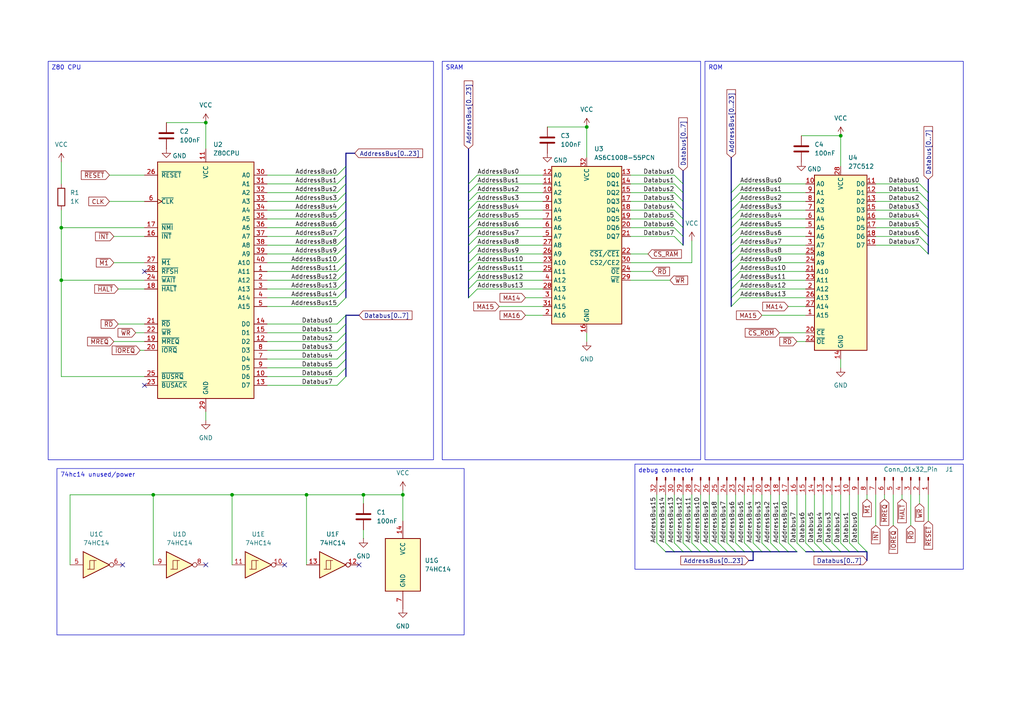
<source format=kicad_sch>
(kicad_sch (version 20250114) (generator "eeschema") (generator_version "9.0")
  (paper "A4")
  (title_block (title "Ste z80 board") (date "2025-05-11") (rev "V0.1"))
  (lib_symbols
    (symbol "74xx:74HC14" (pin_names (offset 1.016))
      (property "Reference" "U" (at 0 1.27 0))
      (property "Value" "74HC14" (at 0 -1.27 0))
      (symbol "74HC14_1_0"
        (pin input line (at -7.62 0 0) (length 3.81) (name "~") (number "1"))
        (pin output inverted (at 7.62 0 180) (length 3.81) (name "~") (number "2"))
      )
      (symbol "74HC14_2_0"
        (pin input line (at -7.62 0 0) (length 3.81) (name "~") (number "3"))
        (pin output inverted (at 7.62 0 180) (length 3.81) (name "~") (number "4"))
      )
      (symbol "74HC14_3_0"
        (pin input line (at -7.62 0 0) (length 3.81) (name "~") (number "5"))
        (pin output inverted (at 7.62 0 180) (length 3.81) (name "~") (number "6"))
      )
      (symbol "74HC14_4_0"
        (pin input line (at -7.62 0 0) (length 3.81) (name "~") (number "9"))
        (pin output inverted (at 7.62 0 180) (length 3.81) (name "~") (number "8"))
      )
      (symbol "74HC14_5_0"
        (pin input line (at -7.62 0 0) (length 3.81) (name "~") (number "11"))
        (pin output inverted (at 7.62 0 180) (length 3.81) (name "~") (number "10"))
      )
      (symbol "74HC14_6_0"
        (pin input line (at -7.62 0 0) (length 3.81) (name "~") (number "13"))
        (pin output inverted (at 7.62 0 180) (length 3.81) (name "~") (number "12"))
      )
      (symbol "74HC14_7_0"
        (pin power_in line (at 0 12.7 270) (length 5.08) (name "VCC") (number "14"))
        (pin power_in line (at 0 -12.7 90) (length 5.08) (name "GND") (number "7"))
      )
    )
    (symbol "CPU:Z80CPU" (pin_names (offset 1.016))
      (property "Reference" "U" (at -13.97 35.56 0))
      (property "Value" "Z80CPU" (at 6.35 35.56 0))
      (symbol "Z80CPU_1_1"
        (pin input line (at -17.78 30.48 0) (length 3.81) (name "~{RESET}") (number "26"))
        (pin input clock (at -17.78 22.86 0) (length 3.81) (name "~{CLK}") (number "6"))
        (pin input line (at -17.78 15.24 0) (length 3.81) (name "~{NMI}") (number "17"))
        (pin input line (at -17.78 12.7 0) (length 3.81) (name "~{INT}") (number "16"))
        (pin output line (at -17.78 5.08 0) (length 3.81) (name "~{M1}") (number "27"))
        (pin output line (at -17.78 2.54 0) (length 3.81) (name "~{RFSH}") (number "28"))
        (pin input line (at -17.78 0 0) (length 3.81) (name "~{WAIT}") (number "24"))
        (pin output line (at -17.78 -2.54 0) (length 3.81) (name "~{HALT}") (number "18"))
        (pin output line (at -17.78 -12.7 0) (length 3.81) (name "~{RD}") (number "21"))
        (pin output line (at -17.78 -15.24 0) (length 3.81) (name "~{WR}") (number "22"))
        (pin output line (at -17.78 -17.78 0) (length 3.81) (name "~{MREQ}") (number "19"))
        (pin output line (at -17.78 -20.32 0) (length 3.81) (name "~{IORQ}") (number "20"))
        (pin input line (at -17.78 -27.94 0) (length 3.81) (name "~{BUSRQ}") (number "25"))
        (pin output line (at -17.78 -30.48 0) (length 3.81) (name "~{BUSACK}") (number "23"))
        (pin power_in line (at 0 38.1 270) (length 3.81) (name "VCC") (number "11"))
        (pin power_in line (at 0 -38.1 90) (length 3.81) (name "GND") (number "29"))
        (pin output line (at 17.78 30.48 180) (length 3.81) (name "A0") (number "30"))
        (pin output line (at 17.78 27.94 180) (length 3.81) (name "A1") (number "31"))
        (pin output line (at 17.78 25.4 180) (length 3.81) (name "A2") (number "32"))
        (pin output line (at 17.78 22.86 180) (length 3.81) (name "A3") (number "33"))
        (pin output line (at 17.78 20.32 180) (length 3.81) (name "A4") (number "34"))
        (pin output line (at 17.78 17.78 180) (length 3.81) (name "A5") (number "35"))
        (pin output line (at 17.78 15.24 180) (length 3.81) (name "A6") (number "36"))
        (pin output line (at 17.78 12.7 180) (length 3.81) (name "A7") (number "37"))
        (pin output line (at 17.78 10.16 180) (length 3.81) (name "A8") (number "38"))
        (pin output line (at 17.78 7.62 180) (length 3.81) (name "A9") (number "39"))
        (pin output line (at 17.78 5.08 180) (length 3.81) (name "A10") (number "40"))
        (pin output line (at 17.78 2.54 180) (length 3.81) (name "A11") (number "1"))
        (pin output line (at 17.78 0 180) (length 3.81) (name "A12") (number "2"))
        (pin output line (at 17.78 -2.54 180) (length 3.81) (name "A13") (number "3"))
        (pin output line (at 17.78 -5.08 180) (length 3.81) (name "A14") (number "4"))
        (pin output line (at 17.78 -7.62 180) (length 3.81) (name "A15") (number "5"))
        (pin bidirectional line (at 17.78 -12.7 180) (length 3.81) (name "D0") (number "14"))
        (pin bidirectional line (at 17.78 -15.24 180) (length 3.81) (name "D1") (number "15"))
        (pin bidirectional line (at 17.78 -17.78 180) (length 3.81) (name "D2") (number "12"))
        (pin bidirectional line (at 17.78 -20.32 180) (length 3.81) (name "D3") (number "8"))
        (pin bidirectional line (at 17.78 -22.86 180) (length 3.81) (name "D4") (number "7"))
        (pin bidirectional line (at 17.78 -25.4 180) (length 3.81) (name "D5") (number "9"))
        (pin bidirectional line (at 17.78 -27.94 180) (length 3.81) (name "D6") (number "10"))
        (pin bidirectional line (at 17.78 -30.48 180) (length 3.81) (name "D7") (number "13"))
      )
    )
    (symbol "Connector:Conn_01x32_Pin" (pin_names (offset 1.016) (hide yes))
      (property "Reference" "J" (at 0 40.64 0))
      (property "Value" "Conn_01x32_Pin" (at 0 -43.18 0))
      (symbol "Conn_01x32_Pin_1_1"
        (pin passive line (at 5.08 38.1 180) (length 3.81) (name "Pin_1") (number "1"))
        (pin passive line (at 5.08 35.56 180) (length 3.81) (name "Pin_2") (number "2"))
        (pin passive line (at 5.08 33.02 180) (length 3.81) (name "Pin_3") (number "3"))
        (pin passive line (at 5.08 30.48 180) (length 3.81) (name "Pin_4") (number "4"))
        (pin passive line (at 5.08 27.94 180) (length 3.81) (name "Pin_5") (number "5"))
        (pin passive line (at 5.08 25.4 180) (length 3.81) (name "Pin_6") (number "6"))
        (pin passive line (at 5.08 22.86 180) (length 3.81) (name "Pin_7") (number "7"))
        (pin passive line (at 5.08 20.32 180) (length 3.81) (name "Pin_8") (number "8"))
        (pin passive line (at 5.08 17.78 180) (length 3.81) (name "Pin_9") (number "9"))
        (pin passive line (at 5.08 15.24 180) (length 3.81) (name "Pin_10") (number "10"))
        (pin passive line (at 5.08 12.7 180) (length 3.81) (name "Pin_11") (number "11"))
        (pin passive line (at 5.08 10.16 180) (length 3.81) (name "Pin_12") (number "12"))
        (pin passive line (at 5.08 7.62 180) (length 3.81) (name "Pin_13") (number "13"))
        (pin passive line (at 5.08 5.08 180) (length 3.81) (name "Pin_14") (number "14"))
        (pin passive line (at 5.08 2.54 180) (length 3.81) (name "Pin_15") (number "15"))
        (pin passive line (at 5.08 0 180) (length 3.81) (name "Pin_16") (number "16"))
        (pin passive line (at 5.08 -2.54 180) (length 3.81) (name "Pin_17") (number "17"))
        (pin passive line (at 5.08 -5.08 180) (length 3.81) (name "Pin_18") (number "18"))
        (pin passive line (at 5.08 -7.62 180) (length 3.81) (name "Pin_19") (number "19"))
        (pin passive line (at 5.08 -10.16 180) (length 3.81) (name "Pin_20") (number "20"))
        (pin passive line (at 5.08 -12.7 180) (length 3.81) (name "Pin_21") (number "21"))
        (pin passive line (at 5.08 -15.24 180) (length 3.81) (name "Pin_22") (number "22"))
        (pin passive line (at 5.08 -17.78 180) (length 3.81) (name "Pin_23") (number "23"))
        (pin passive line (at 5.08 -20.32 180) (length 3.81) (name "Pin_24") (number "24"))
        (pin passive line (at 5.08 -22.86 180) (length 3.81) (name "Pin_25") (number "25"))
        (pin passive line (at 5.08 -25.4 180) (length 3.81) (name "Pin_26") (number "26"))
        (pin passive line (at 5.08 -27.94 180) (length 3.81) (name "Pin_27") (number "27"))
        (pin passive line (at 5.08 -30.48 180) (length 3.81) (name "Pin_28") (number "28"))
        (pin passive line (at 5.08 -33.02 180) (length 3.81) (name "Pin_29") (number "29"))
        (pin passive line (at 5.08 -35.56 180) (length 3.81) (name "Pin_30") (number "30"))
        (pin passive line (at 5.08 -38.1 180) (length 3.81) (name "Pin_31") (number "31"))
        (pin passive line (at 5.08 -40.64 180) (length 3.81) (name "Pin_32") (number "32"))
      )
    )
    (symbol "Device:C" (pin_numbers (hide yes)) (pin_names (offset 0.254))
      (property "Reference" "C" (at 0.635 2.54 0))
      (property "Value" "C" (at 0.635 -2.54 0))
      (symbol "C_1_1"
        (pin passive line (at 0 3.81 270) (length 2.794) (name "~") (number "1"))
        (pin passive line (at 0 -3.81 90) (length 2.794) (name "~") (number "2"))
      )
    )
    (symbol "Device:R" (pin_numbers (hide yes)) (pin_names (offset 0))
      (property "Reference" "R" (at 2.032 0 90))
      (property "Value" "R" (at 0 0 90))
      (symbol "R_1_1"
        (pin passive line (at 0 3.81 270) (length 1.27) (name "~") (number "1"))
        (pin passive line (at 0 -3.81 90) (length 1.27) (name "~") (number "2"))
      )
    )
    (symbol "Memory_EPROM:27C512"
      (property "Reference" "U" (at -7.62 26.67 0))
      (property "Value" "27C512" (at 2.54 -26.67 0))
      (symbol "27C512_1_1"
        (pin input line (at -10.16 22.86 0) (length 2.54) (name "A0") (number "10"))
        (pin input line (at -10.16 20.32 0) (length 2.54) (name "A1") (number "9"))
        (pin input line (at -10.16 17.78 0) (length 2.54) (name "A2") (number "8"))
        (pin input line (at -10.16 15.24 0) (length 2.54) (name "A3") (number "7"))
        (pin input line (at -10.16 12.7 0) (length 2.54) (name "A4") (number "6"))
        (pin input line (at -10.16 10.16 0) (length 2.54) (name "A5") (number "5"))
        (pin input line (at -10.16 7.62 0) (length 2.54) (name "A6") (number "4"))
        (pin input line (at -10.16 5.08 0) (length 2.54) (name "A7") (number "3"))
        (pin input line (at -10.16 2.54 0) (length 2.54) (name "A8") (number "25"))
        (pin input line (at -10.16 0 0) (length 2.54) (name "A9") (number "24"))
        (pin input line (at -10.16 -2.54 0) (length 2.54) (name "A10") (number "21"))
        (pin input line (at -10.16 -5.08 0) (length 2.54) (name "A11") (number "23"))
        (pin input line (at -10.16 -7.62 0) (length 2.54) (name "A12") (number "2"))
        (pin input line (at -10.16 -10.16 0) (length 2.54) (name "A13") (number "26"))
        (pin input line (at -10.16 -12.7 0) (length 2.54) (name "A14") (number "27"))
        (pin input line (at -10.16 -15.24 0) (length 2.54) (name "A15") (number "1"))
        (pin input line (at -10.16 -20.32 0) (length 2.54) (name "~{CE}") (number "20"))
        (pin input line (at -10.16 -22.86 0) (length 2.54) (name "~{OE}") (number "22"))
        (pin power_in line (at 0 27.94 270) (length 2.54) (name "VCC") (number "28"))
        (pin power_in line (at 0 -27.94 90) (length 2.54) (name "GND") (number "14"))
        (pin tri_state line (at 10.16 22.86 180) (length 2.54) (name "D0") (number "11"))
        (pin tri_state line (at 10.16 20.32 180) (length 2.54) (name "D1") (number "12"))
        (pin tri_state line (at 10.16 17.78 180) (length 2.54) (name "D2") (number "13"))
        (pin tri_state line (at 10.16 15.24 180) (length 2.54) (name "D3") (number "15"))
        (pin tri_state line (at 10.16 12.7 180) (length 2.54) (name "D4") (number "16"))
        (pin tri_state line (at 10.16 10.16 180) (length 2.54) (name "D5") (number "17"))
        (pin tri_state line (at 10.16 7.62 180) (length 2.54) (name "D6") (number "18"))
        (pin tri_state line (at 10.16 5.08 180) (length 2.54) (name "D7") (number "19"))
      )
    )
    (symbol "Memory_RAM:AS6C1008-xxP"
      (property "Reference" "U" (at -10.16 23.495 0))
      (property "Value" "AS6C1008-xxP" (at 2.54 23.495 0))
      (symbol "AS6C1008-xxP_0_0"
        (pin power_in line (at 0 25.4 270) (length 2.54) (name "VCC") (number "32"))
        (pin power_in line (at 0 -25.4 90) (length 2.54) (name "GND") (number "16"))
      )
      (symbol "AS6C1008-xxP_1_1"
        (pin input line (at -12.7 20.32 0) (length 2.54) (name "A0") (number "12"))
        (pin input line (at -12.7 17.78 0) (length 2.54) (name "A1") (number "11"))
        (pin input line (at -12.7 15.24 0) (length 2.54) (name "A2") (number "10"))
        (pin input line (at -12.7 12.7 0) (length 2.54) (name "A3") (number "9"))
        (pin input line (at -12.7 10.16 0) (length 2.54) (name "A4") (number "8"))
        (pin input line (at -12.7 7.62 0) (length 2.54) (name "A5") (number "7"))
        (pin input line (at -12.7 5.08 0) (length 2.54) (name "A6") (number "6"))
        (pin input line (at -12.7 2.54 0) (length 2.54) (name "A7") (number "5"))
        (pin input line (at -12.7 0 0) (length 2.54) (name "A8") (number "27"))
        (pin input line (at -12.7 -2.54 0) (length 2.54) (name "A9") (number "26"))
        (pin input line (at -12.7 -5.08 0) (length 2.54) (name "A10") (number "23"))
        (pin input line (at -12.7 -7.62 0) (length 2.54) (name "A11") (number "25"))
        (pin input line (at -12.7 -10.16 0) (length 2.54) (name "A12") (number "4"))
        (pin input line (at -12.7 -12.7 0) (length 2.54) (name "A13") (number "28"))
        (pin input line (at -12.7 -15.24 0) (length 2.54) (name "A14") (number "3"))
        (pin input line (at -12.7 -17.78 0) (length 2.54) (name "A15") (number "31"))
        (pin input line (at -12.7 -20.32 0) (length 2.54) (name "A16") (number "2"))
        (pin no_connect line (at 10.16 -20.32 180) (length 2.54) (hide yes) (name "NC") (number "1"))
        (pin tri_state line (at 12.7 20.32 180) (length 2.54) (name "DQ0") (number "13"))
        (pin tri_state line (at 12.7 17.78 180) (length 2.54) (name "DQ1") (number "14"))
        (pin tri_state line (at 12.7 15.24 180) (length 2.54) (name "DQ2") (number "15"))
        (pin tri_state line (at 12.7 12.7 180) (length 2.54) (name "DQ3") (number "17"))
        (pin tri_state line (at 12.7 10.16 180) (length 2.54) (name "DQ4") (number "18"))
        (pin tri_state line (at 12.7 7.62 180) (length 2.54) (name "DQ5") (number "19"))
        (pin tri_state line (at 12.7 5.08 180) (length 2.54) (name "DQ6") (number "20"))
        (pin tri_state line (at 12.7 2.54 180) (length 2.54) (name "DQ7") (number "21"))
        (pin input line (at 12.7 -2.54 180) (length 2.54) (name "~{CS1}/~{CE1}") (number "22"))
        (pin input line (at 12.7 -5.08 180) (length 2.54) (name "CS2/CE2") (number "30"))
        (pin input line (at 12.7 -7.62 180) (length 2.54) (name "~{OE}") (number "24"))
        (pin input line (at 12.7 -10.16 180) (length 2.54) (name "~{WE}") (number "29"))
      )
    )
    (symbol "power:GND" (power) (pin_numbers (hide yes)) (pin_names (offset 0) (hide yes))
      (property "Value" "GND" (at 0 -3.81 0))
      (symbol "GND_1_1"
        (pin power_in line (at 0 0 270) (length 0) (name "~") (number "1"))
      )
    )
    (symbol "power:VCC" (power) (pin_numbers (hide yes)) (pin_names (offset 0) (hide yes))
      (property "Value" "VCC" (at 0 3.556 0))
      (symbol "VCC_1_1"
        (pin power_in line (at 0 0 90) (length 0) (name "~") (number "1"))
      )
    )
  )
  (text_box "74hc14 unused/power" (at 16.51 135.89 0) (size 118.11 48.26) (margins 0.9525 0.9525 0.9525 0.9525) (effects (font (size 1.27 1.27)) (justify left top)))
  (text_box "ROM" (at 204.47 17.78 0) (size 74.93 115.57) (margins 0.9525 0.9525 0.9525 0.9525) (effects (font (size 1.27 1.27)) (justify left top)))
  (text_box "SRAM" (at 128.27 17.78 0) (size 74.93 115.57) (margins 0.9525 0.9525 0.9525 0.9525) (effects (font (size 1.27 1.27)) (justify left top)))
  (text_box "Z80 CPU" (at 13.97 17.78 0) (size 111.76 115.57) (margins 0.9525 0.9525 0.9525 0.9525) (effects (font (size 1.27 1.27)) (justify left top)))
  (text_box "debug connector" (at 184.15 134.62 0) (size 95.25 30.48) (margins 0.9525 0.9525 0.9525 0.9525) (effects (font (size 1.27 1.27)) (justify left top)))
  (junction (at 17.78 81.28))
  (junction (at 67.31 143.51))
  (junction (at 17.78 66.04))
  (junction (at 170.18 36.83))
  (junction (at 243.84 39.37))
  (junction (at 44.45 143.51))
  (junction (at 88.9 143.51))
  (junction (at 116.84 143.51))
  (junction (at 59.69 35.56))
  (junction (at 105.41 143.51))
  (no_connect (at 82.55 163.83))
  (no_connect (at 35.56 163.83))
  (no_connect (at 104.14 163.83))
  (no_connect (at 41.91 78.74))
  (no_connect (at 59.69 163.83))
  (no_connect (at 41.91 111.76))
  (bus_entry (at 100.33 60.96) (size -2.54 2.54))
  (bus_entry (at 195.58 50.8) (size 2.54 2.54))
  (bus_entry (at 100.33 81.28) (size -2.54 2.54))
  (bus_entry (at 223.52 160.02) (size -2.54 -2.54))
  (bus_entry (at 212.09 66.04) (size 2.54 -2.54))
  (bus_entry (at 135.89 53.34) (size 2.54 -2.54))
  (bus_entry (at 135.89 55.88) (size 2.54 -2.54))
  (bus_entry (at 135.89 58.42) (size 2.54 -2.54))
  (bus_entry (at 212.09 73.66) (size 2.54 -2.54))
  (bus_entry (at 97.79 99.06) (size 2.54 -2.54))
  (bus_entry (at 195.58 60.96) (size 2.54 2.54))
  (bus_entry (at 208.28 160.02) (size -2.54 -2.54))
  (bus_entry (at 97.79 101.6) (size 2.54 -2.54))
  (bus_entry (at 195.58 53.34) (size 2.54 2.54))
  (bus_entry (at 266.7 71.12) (size 2.54 2.54))
  (bus_entry (at 195.58 66.04) (size 2.54 2.54))
  (bus_entry (at 100.33 68.58) (size -2.54 2.54))
  (bus_entry (at 193.04 160.02) (size -2.54 -2.54))
  (bus_entry (at 100.33 73.66) (size -2.54 2.54))
  (bus_entry (at 97.79 109.22) (size 2.54 -2.54))
  (bus_entry (at 135.89 81.28) (size 2.54 -2.54))
  (bus_entry (at 266.7 66.04) (size 2.54 2.54))
  (bus_entry (at 212.09 88.9) (size 2.54 -2.54))
  (bus_entry (at 212.09 81.28) (size 2.54 -2.54))
  (bus_entry (at 135.89 68.58) (size 2.54 -2.54))
  (bus_entry (at 97.79 111.76) (size 2.54 -2.54))
  (bus_entry (at 135.89 71.12) (size 2.54 -2.54))
  (bus_entry (at 195.58 160.02) (size -2.54 -2.54))
  (bus_entry (at 100.33 83.82) (size -2.54 2.54))
  (bus_entry (at 266.7 60.96) (size 2.54 2.54))
  (bus_entry (at 100.33 63.5) (size -2.54 2.54))
  (bus_entry (at 97.79 93.98) (size 2.54 -2.54))
  (bus_entry (at 233.68 157.48) (size 2.54 2.54))
  (bus_entry (at 243.84 157.48) (size 2.54 2.54))
  (bus_entry (at 226.06 160.02) (size -2.54 -2.54))
  (bus_entry (at 228.6 160.02) (size -2.54 -2.54))
  (bus_entry (at 100.33 76.2) (size -2.54 2.54))
  (bus_entry (at 195.58 55.88) (size 2.54 2.54))
  (bus_entry (at 215.9 160.02) (size -2.54 -2.54))
  (bus_entry (at 135.89 66.04) (size 2.54 -2.54))
  (bus_entry (at 212.09 63.5) (size 2.54 -2.54))
  (bus_entry (at 266.7 53.34) (size 2.54 2.54))
  (bus_entry (at 212.09 55.88) (size 2.54 -2.54))
  (bus_entry (at 135.89 78.74) (size 2.54 -2.54))
  (bus_entry (at 212.09 86.36) (size 2.54 -2.54))
  (bus_entry (at 212.09 71.12) (size 2.54 -2.54))
  (bus_entry (at 195.58 58.42) (size 2.54 2.54))
  (bus_entry (at 135.89 63.5) (size 2.54 -2.54))
  (bus_entry (at 100.33 50.8) (size -2.54 2.54))
  (bus_entry (at 218.44 160.02) (size -2.54 -2.54))
  (bus_entry (at 135.89 73.66) (size 2.54 -2.54))
  (bus_entry (at 100.33 48.26) (size -2.54 2.54))
  (bus_entry (at 195.58 68.58) (size 2.54 2.54))
  (bus_entry (at 212.09 60.96) (size 2.54 -2.54))
  (bus_entry (at 100.33 58.42) (size -2.54 2.54))
  (bus_entry (at 100.33 53.34) (size -2.54 2.54))
  (bus_entry (at 198.12 160.02) (size -2.54 -2.54))
  (bus_entry (at 135.89 76.2) (size 2.54 -2.54))
  (bus_entry (at 266.7 58.42) (size 2.54 2.54))
  (bus_entry (at 97.79 104.14) (size 2.54 -2.54))
  (bus_entry (at 135.89 60.96) (size 2.54 -2.54))
  (bus_entry (at 100.33 86.36) (size -2.54 2.54))
  (bus_entry (at 220.98 160.02) (size -2.54 -2.54))
  (bus_entry (at 213.36 160.02) (size -2.54 -2.54))
  (bus_entry (at 100.33 55.88) (size -2.54 2.54))
  (bus_entry (at 248.92 157.48) (size 2.54 2.54))
  (bus_entry (at 135.89 86.36) (size 2.54 -2.54))
  (bus_entry (at 97.79 96.52) (size 2.54 -2.54))
  (bus_entry (at 200.66 160.02) (size -2.54 -2.54))
  (bus_entry (at 246.38 157.48) (size 2.54 2.54))
  (bus_entry (at 205.74 160.02) (size -2.54 -2.54))
  (bus_entry (at 212.09 76.2) (size 2.54 -2.54))
  (bus_entry (at 231.14 157.48) (size 2.54 2.54))
  (bus_entry (at 195.58 63.5) (size 2.54 2.54))
  (bus_entry (at 212.09 83.82) (size 2.54 -2.54))
  (bus_entry (at 100.33 78.74) (size -2.54 2.54))
  (bus_entry (at 266.7 55.88) (size 2.54 2.54))
  (bus_entry (at 212.09 78.74) (size 2.54 -2.54))
  (bus_entry (at 100.33 66.04) (size -2.54 2.54))
  (bus_entry (at 238.76 157.48) (size 2.54 2.54))
  (bus_entry (at 97.79 106.68) (size 2.54 -2.54))
  (bus_entry (at 100.33 71.12) (size -2.54 2.54))
  (bus_entry (at 212.09 68.58) (size 2.54 -2.54))
  (bus_entry (at 241.3 157.48) (size 2.54 2.54))
  (bus_entry (at 212.09 58.42) (size 2.54 -2.54))
  (bus_entry (at 266.7 63.5) (size 2.54 2.54))
  (bus_entry (at 203.2 160.02) (size -2.54 -2.54))
  (bus_entry (at 231.14 160.02) (size -2.54 -2.54))
  (bus_entry (at 236.22 157.48) (size 2.54 2.54))
  (bus_entry (at 210.82 160.02) (size -2.54 -2.54))
  (bus_entry (at 135.89 83.82) (size 2.54 -2.54))
  (bus_entry (at 266.7 68.58) (size 2.54 2.54))
  (wire (pts (xy 17.78 81.28) (xy 17.78 109.22)))
  (wire (pts (xy 157.48 91.44) (xy 152.4 91.44)))
  (wire (pts (xy 77.47 109.22) (xy 97.79 109.22)))
  (bus (pts (xy 100.33 101.6) (xy 100.33 104.14)))
  (bus (pts (xy 212.09 71.12) (xy 212.09 73.66)))
  (bus (pts (xy 100.33 91.44) (xy 104.14 91.44)))
  (bus (pts (xy 100.33 78.74) (xy 100.33 76.2)))
  (wire (pts (xy 34.29 83.82) (xy 41.91 83.82)))
  (wire (pts (xy 214.63 55.88) (xy 233.68 55.88)))
  (wire (pts (xy 20.32 143.51) (xy 44.45 143.51)))
  (bus (pts (xy 212.09 81.28) (xy 212.09 83.82)))
  (bus (pts (xy 135.89 43.18) (xy 135.89 53.34)))
  (bus (pts (xy 205.74 160.02) (xy 208.28 160.02)))
  (wire (pts (xy 170.18 36.83) (xy 158.75 36.83)))
  (bus (pts (xy 100.33 55.88) (xy 100.33 53.34)))
  (bus (pts (xy 100.33 50.8) (xy 100.33 48.26)))
  (wire (pts (xy 77.47 99.06) (xy 97.79 99.06)))
  (wire (pts (xy 190.5 143.51) (xy 190.5 157.48)))
  (wire (pts (xy 59.69 35.56) (xy 59.69 43.18)))
  (wire (pts (xy 269.24 143.51) (xy 269.24 151.13)))
  (wire (pts (xy 105.41 143.51) (xy 116.84 143.51)))
  (wire (pts (xy 246.38 143.51) (xy 246.38 157.48)))
  (wire (pts (xy 254 63.5) (xy 266.7 63.5)))
  (wire (pts (xy 97.79 68.58) (xy 77.47 68.58)))
  (wire (pts (xy 97.79 63.5) (xy 77.47 63.5)))
  (wire (pts (xy 59.69 35.56) (xy 48.26 35.56)))
  (bus (pts (xy 195.58 160.02) (xy 198.12 160.02)))
  (wire (pts (xy 97.79 60.96) (xy 77.47 60.96)))
  (wire (pts (xy 77.47 93.98) (xy 97.79 93.98)))
  (wire (pts (xy 243.84 39.37) (xy 232.41 39.37)))
  (wire (pts (xy 193.04 143.51) (xy 193.04 157.48)))
  (wire (pts (xy 226.06 143.51) (xy 226.06 157.48)))
  (bus (pts (xy 198.12 68.58) (xy 198.12 66.04)))
  (bus (pts (xy 100.33 81.28) (xy 100.33 78.74)))
  (wire (pts (xy 97.79 66.04) (xy 77.47 66.04)))
  (wire (pts (xy 214.63 83.82) (xy 233.68 83.82)))
  (wire (pts (xy 170.18 96.52) (xy 170.18 99.06)))
  (wire (pts (xy 138.43 55.88) (xy 157.48 55.88)))
  (bus (pts (xy 212.09 73.66) (xy 212.09 76.2)))
  (wire (pts (xy 214.63 71.12) (xy 233.68 71.12)))
  (wire (pts (xy 77.47 96.52) (xy 97.79 96.52)))
  (bus (pts (xy 236.22 160.02) (xy 233.68 160.02)))
  (bus (pts (xy 223.52 160.02) (xy 226.06 160.02)))
  (wire (pts (xy 44.45 143.51) (xy 67.31 143.51)))
  (wire (pts (xy 214.63 60.96) (xy 233.68 60.96)))
  (wire (pts (xy 97.79 86.36) (xy 77.47 86.36)))
  (wire (pts (xy 200.66 143.51) (xy 200.66 157.48)))
  (wire (pts (xy 138.43 68.58) (xy 157.48 68.58)))
  (wire (pts (xy 259.08 143.51) (xy 259.08 152.4)))
  (wire (pts (xy 254 143.51) (xy 254 152.4)))
  (wire (pts (xy 138.43 76.2) (xy 157.48 76.2)))
  (wire (pts (xy 220.98 91.44) (xy 233.68 91.44)))
  (bus (pts (xy 135.89 81.28) (xy 135.89 83.82)))
  (wire (pts (xy 31.75 58.42) (xy 41.91 58.42)))
  (wire (pts (xy 182.88 50.8) (xy 195.58 50.8)))
  (bus (pts (xy 241.3 160.02) (xy 238.76 160.02)))
  (wire (pts (xy 243.84 104.14) (xy 243.84 106.68)))
  (bus (pts (xy 135.89 76.2) (xy 135.89 78.74)))
  (wire (pts (xy 97.79 50.8) (xy 77.47 50.8)))
  (bus (pts (xy 100.33 66.04) (xy 100.33 63.5)))
  (bus (pts (xy 193.04 160.02) (xy 195.58 160.02)))
  (wire (pts (xy 208.28 143.51) (xy 208.28 157.48)))
  (bus (pts (xy 269.24 60.96) (xy 269.24 58.42)))
  (wire (pts (xy 182.88 78.74) (xy 189.23 78.74)))
  (bus (pts (xy 251.46 160.02) (xy 251.46 162.56)))
  (wire (pts (xy 138.43 73.66) (xy 157.48 73.66)))
  (bus (pts (xy 198.12 58.42) (xy 198.12 55.88)))
  (wire (pts (xy 138.43 81.28) (xy 157.48 81.28)))
  (bus (pts (xy 215.9 160.02) (xy 218.44 160.02)))
  (bus (pts (xy 100.33 63.5) (xy 100.33 60.96)))
  (wire (pts (xy 236.22 143.51) (xy 236.22 157.48)))
  (wire (pts (xy 261.62 143.51) (xy 261.62 144.78)))
  (bus (pts (xy 212.09 76.2) (xy 212.09 78.74)))
  (wire (pts (xy 198.12 143.51) (xy 198.12 157.48)))
  (wire (pts (xy 254 60.96) (xy 266.7 60.96)))
  (wire (pts (xy 195.58 143.51) (xy 195.58 157.48)))
  (wire (pts (xy 31.75 50.8) (xy 41.91 50.8)))
  (bus (pts (xy 100.33 91.44) (xy 100.33 93.98)))
  (wire (pts (xy 256.54 143.51) (xy 256.54 144.78)))
  (wire (pts (xy 254 55.88) (xy 266.7 55.88)))
  (wire (pts (xy 67.31 143.51) (xy 88.9 143.51)))
  (bus (pts (xy 135.89 68.58) (xy 135.89 71.12)))
  (bus (pts (xy 135.89 71.12) (xy 135.89 73.66)))
  (wire (pts (xy 243.84 39.37) (xy 243.84 48.26)))
  (bus (pts (xy 251.46 160.02) (xy 248.92 160.02)))
  (wire (pts (xy 138.43 58.42) (xy 157.48 58.42)))
  (wire (pts (xy 200.66 76.2) (xy 200.66 69.85)))
  (bus (pts (xy 269.24 68.58) (xy 269.24 66.04)))
  (bus (pts (xy 100.33 96.52) (xy 100.33 99.06)))
  (bus (pts (xy 100.33 106.68) (xy 100.33 109.22)))
  (wire (pts (xy 116.84 142.24) (xy 116.84 143.51)))
  (bus (pts (xy 203.2 160.02) (xy 205.74 160.02)))
  (wire (pts (xy 214.63 63.5) (xy 233.68 63.5)))
  (wire (pts (xy 254 71.12) (xy 266.7 71.12)))
  (bus (pts (xy 212.09 68.58) (xy 212.09 71.12)))
  (wire (pts (xy 228.6 143.51) (xy 228.6 157.48)))
  (bus (pts (xy 200.66 160.02) (xy 203.2 160.02)))
  (bus (pts (xy 238.76 160.02) (xy 236.22 160.02)))
  (bus (pts (xy 198.12 66.04) (xy 198.12 63.5)))
  (wire (pts (xy 40.64 101.6) (xy 41.91 101.6)))
  (wire (pts (xy 88.9 143.51) (xy 88.9 163.83)))
  (wire (pts (xy 182.88 60.96) (xy 195.58 60.96)))
  (wire (pts (xy 17.78 66.04) (xy 41.91 66.04)))
  (bus (pts (xy 269.24 63.5) (xy 269.24 60.96)))
  (wire (pts (xy 88.9 143.51) (xy 105.41 143.51)))
  (bus (pts (xy 213.36 160.02) (xy 215.9 160.02)))
  (wire (pts (xy 264.16 143.51) (xy 264.16 152.4)))
  (bus (pts (xy 269.24 71.12) (xy 269.24 68.58)))
  (bus (pts (xy 135.89 78.74) (xy 135.89 81.28)))
  (bus (pts (xy 243.84 160.02) (xy 241.3 160.02)))
  (wire (pts (xy 138.43 78.74) (xy 157.48 78.74)))
  (bus (pts (xy 212.09 63.5) (xy 212.09 66.04)))
  (wire (pts (xy 116.84 143.51) (xy 116.84 151.13)))
  (bus (pts (xy 246.38 160.02) (xy 243.84 160.02)))
  (wire (pts (xy 203.2 143.51) (xy 203.2 157.48)))
  (wire (pts (xy 251.46 143.51) (xy 251.46 144.78)))
  (wire (pts (xy 17.78 81.28) (xy 41.91 81.28)))
  (wire (pts (xy 214.63 66.04) (xy 233.68 66.04)))
  (bus (pts (xy 217.17 162.56) (xy 218.44 162.56)))
  (bus (pts (xy 100.33 73.66) (xy 100.33 71.12)))
  (bus (pts (xy 198.12 55.88) (xy 198.12 53.34)))
  (bus (pts (xy 212.09 66.04) (xy 212.09 68.58)))
  (bus (pts (xy 269.24 73.66) (xy 269.24 71.12)))
  (wire (pts (xy 44.45 143.51) (xy 44.45 163.83)))
  (wire (pts (xy 41.91 96.52) (xy 39.37 96.52)))
  (bus (pts (xy 269.24 66.04) (xy 269.24 63.5)))
  (wire (pts (xy 231.14 99.06) (xy 233.68 99.06)))
  (bus (pts (xy 212.09 45.72) (xy 212.09 55.88)))
  (wire (pts (xy 241.3 143.51) (xy 241.3 157.48)))
  (wire (pts (xy 228.6 88.9) (xy 233.68 88.9)))
  (wire (pts (xy 33.02 76.2) (xy 41.91 76.2)))
  (bus (pts (xy 100.33 71.12) (xy 100.33 68.58)))
  (wire (pts (xy 231.14 143.51) (xy 231.14 157.48)))
  (wire (pts (xy 233.68 143.51) (xy 233.68 157.48)))
  (wire (pts (xy 226.06 96.52) (xy 233.68 96.52)))
  (bus (pts (xy 269.24 55.88) (xy 269.24 52.07)))
  (bus (pts (xy 135.89 58.42) (xy 135.89 60.96)))
  (wire (pts (xy 144.78 88.9) (xy 157.48 88.9)))
  (bus (pts (xy 198.12 160.02) (xy 200.66 160.02)))
  (wire (pts (xy 97.79 78.74) (xy 77.47 78.74)))
  (wire (pts (xy 97.79 83.82) (xy 77.47 83.82)))
  (wire (pts (xy 220.98 143.51) (xy 220.98 157.48)))
  (wire (pts (xy 17.78 66.04) (xy 17.78 81.28)))
  (wire (pts (xy 33.02 68.58) (xy 41.91 68.58)))
  (wire (pts (xy 205.74 143.51) (xy 205.74 157.48)))
  (bus (pts (xy 100.33 68.58) (xy 100.33 66.04)))
  (wire (pts (xy 17.78 109.22) (xy 41.91 109.22)))
  (wire (pts (xy 248.92 143.51) (xy 248.92 157.48)))
  (wire (pts (xy 214.63 53.34) (xy 233.68 53.34)))
  (wire (pts (xy 97.79 81.28) (xy 77.47 81.28)))
  (wire (pts (xy 97.79 76.2) (xy 77.47 76.2)))
  (bus (pts (xy 100.33 93.98) (xy 100.33 96.52)))
  (wire (pts (xy 214.63 86.36) (xy 233.68 86.36)))
  (bus (pts (xy 135.89 73.66) (xy 135.89 76.2)))
  (bus (pts (xy 135.89 53.34) (xy 135.89 55.88)))
  (bus (pts (xy 100.33 60.96) (xy 100.33 58.42)))
  (wire (pts (xy 97.79 73.66) (xy 77.47 73.66)))
  (bus (pts (xy 135.89 66.04) (xy 135.89 68.58)))
  (wire (pts (xy 214.63 58.42) (xy 233.68 58.42)))
  (wire (pts (xy 20.32 163.83) (xy 20.32 143.51)))
  (wire (pts (xy 67.31 163.83) (xy 67.31 143.51)))
  (wire (pts (xy 182.88 73.66) (xy 187.96 73.66)))
  (bus (pts (xy 135.89 60.96) (xy 135.89 63.5)))
  (wire (pts (xy 170.18 36.83) (xy 170.18 45.72)))
  (wire (pts (xy 138.43 60.96) (xy 157.48 60.96)))
  (wire (pts (xy 138.43 83.82) (xy 157.48 83.82)))
  (wire (pts (xy 41.91 93.98) (xy 34.29 93.98)))
  (bus (pts (xy 198.12 71.12) (xy 198.12 68.58)))
  (wire (pts (xy 210.82 143.51) (xy 210.82 157.48)))
  (bus (pts (xy 198.12 60.96) (xy 198.12 58.42)))
  (wire (pts (xy 254 68.58) (xy 266.7 68.58)))
  (bus (pts (xy 212.09 83.82) (xy 212.09 86.36)))
  (bus (pts (xy 212.09 60.96) (xy 212.09 63.5)))
  (bus (pts (xy 228.6 160.02) (xy 231.14 160.02)))
  (wire (pts (xy 182.88 58.42) (xy 195.58 58.42)))
  (wire (pts (xy 59.69 119.38) (xy 59.69 121.92)))
  (wire (pts (xy 138.43 63.5) (xy 157.48 63.5)))
  (bus (pts (xy 198.12 53.34) (xy 198.12 49.53)))
  (wire (pts (xy 97.79 53.34) (xy 77.47 53.34)))
  (wire (pts (xy 33.02 99.06) (xy 41.91 99.06)))
  (wire (pts (xy 182.88 55.88) (xy 195.58 55.88)))
  (bus (pts (xy 100.33 86.36) (xy 100.33 83.82)))
  (wire (pts (xy 138.43 71.12) (xy 157.48 71.12)))
  (bus (pts (xy 100.33 76.2) (xy 100.33 73.66)))
  (wire (pts (xy 77.47 106.68) (xy 97.79 106.68)))
  (wire (pts (xy 254 53.34) (xy 266.7 53.34)))
  (wire (pts (xy 97.79 71.12) (xy 77.47 71.12)))
  (bus (pts (xy 212.09 86.36) (xy 212.09 88.9)))
  (bus (pts (xy 212.09 78.74) (xy 212.09 81.28)))
  (bus (pts (xy 135.89 83.82) (xy 135.89 86.36)))
  (wire (pts (xy 182.88 66.04) (xy 195.58 66.04)))
  (wire (pts (xy 254 66.04) (xy 266.7 66.04)))
  (bus (pts (xy 100.33 99.06) (xy 100.33 101.6)))
  (bus (pts (xy 100.33 83.82) (xy 100.33 81.28)))
  (bus (pts (xy 218.44 160.02) (xy 220.98 160.02)))
  (wire (pts (xy 214.63 78.74) (xy 233.68 78.74)))
  (wire (pts (xy 138.43 53.34) (xy 157.48 53.34)))
  (bus (pts (xy 212.09 58.42) (xy 212.09 60.96)))
  (wire (pts (xy 105.41 143.51) (xy 105.41 146.05)))
  (bus (pts (xy 226.06 160.02) (xy 228.6 160.02)))
  (wire (pts (xy 17.78 60.96) (xy 17.78 66.04)))
  (wire (pts (xy 77.47 101.6) (xy 97.79 101.6)))
  (wire (pts (xy 254 58.42) (xy 266.7 58.42)))
  (wire (pts (xy 214.63 76.2) (xy 233.68 76.2)))
  (bus (pts (xy 100.33 44.45) (xy 100.33 48.26)))
  (wire (pts (xy 214.63 81.28) (xy 233.68 81.28)))
  (bus (pts (xy 100.33 104.14) (xy 100.33 106.68)))
  (wire (pts (xy 214.63 68.58) (xy 233.68 68.58)))
  (bus (pts (xy 220.98 160.02) (xy 223.52 160.02)))
  (wire (pts (xy 77.47 111.76) (xy 97.79 111.76)))
  (bus (pts (xy 100.33 53.34) (xy 100.33 50.8)))
  (wire (pts (xy 243.84 143.51) (xy 243.84 157.48)))
  (bus (pts (xy 210.82 160.02) (xy 213.36 160.02)))
  (wire (pts (xy 266.7 143.51) (xy 266.7 146.05)))
  (bus (pts (xy 208.28 160.02) (xy 210.82 160.02)))
  (bus (pts (xy 135.89 55.88) (xy 135.89 58.42)))
  (wire (pts (xy 182.88 53.34) (xy 195.58 53.34)))
  (bus (pts (xy 198.12 63.5) (xy 198.12 60.96)))
  (wire (pts (xy 182.88 81.28) (xy 194.31 81.28)))
  (wire (pts (xy 214.63 73.66) (xy 233.68 73.66)))
  (wire (pts (xy 213.36 143.51) (xy 213.36 157.48)))
  (wire (pts (xy 182.88 68.58) (xy 195.58 68.58)))
  (wire (pts (xy 182.88 76.2) (xy 200.66 76.2)))
  (bus (pts (xy 135.89 63.5) (xy 135.89 66.04)))
  (wire (pts (xy 215.9 143.51) (xy 215.9 157.48)))
  (wire (pts (xy 105.41 153.67) (xy 105.41 156.21)))
  (wire (pts (xy 97.79 58.42) (xy 77.47 58.42)))
  (wire (pts (xy 223.52 143.51) (xy 223.52 157.48)))
  (wire (pts (xy 238.76 143.51) (xy 238.76 157.48)))
  (wire (pts (xy 218.44 143.51) (xy 218.44 157.48)))
  (bus (pts (xy 218.44 162.56) (xy 218.44 160.02)))
  (bus (pts (xy 269.24 58.42) (xy 269.24 55.88)))
  (wire (pts (xy 138.43 66.04) (xy 157.48 66.04)))
  (wire (pts (xy 97.79 88.9) (xy 77.47 88.9)))
  (bus (pts (xy 248.92 160.02) (xy 246.38 160.02)))
  (wire (pts (xy 152.4 86.36) (xy 157.48 86.36)))
  (wire (pts (xy 17.78 46.99) (xy 17.78 53.34)))
  (wire (pts (xy 182.88 63.5) (xy 195.58 63.5)))
  (wire (pts (xy 77.47 104.14) (xy 97.79 104.14)))
  (bus (pts (xy 102.87 44.45) (xy 100.33 44.45)))
  (wire (pts (xy 138.43 50.8) (xy 157.48 50.8)))
  (bus (pts (xy 100.33 58.42) (xy 100.33 55.88)))
  (wire (pts (xy 97.79 55.88) (xy 77.47 55.88)))
  (bus (pts (xy 212.09 55.88) (xy 212.09 58.42)))
  (label "Databus4" (at 238.76 157.48 90))
  (label "AddressBus9" (at 138.43 73.66 0))
  (label "AddressBus4" (at 138.43 60.96 0))
  (label "AddressBus2" (at 97.79 55.88 180))
  (label "Databus2" (at 266.7 58.42 180))
  (label "Databus1" (at 195.58 53.34 180))
  (label "AddressBus11" (at 97.79 78.74 180))
  (label "AddressBus5" (at 214.63 66.04 0))
  (label "Databus7" (at 96.52 111.76 180))
  (label "Databus0" (at 248.92 157.48 90))
  (label "Databus3" (at 241.3 157.48 90))
  (label "Databus0" (at 96.52 93.98 180))
  (label "AddressBus0" (at 97.79 50.8 180))
  (label "AddressBus15" (at 190.5 157.48 90))
  (label "AddressBus11" (at 214.63 81.28 0))
  (label "AddressBus3" (at 97.79 58.42 180))
  (label "Databus4" (at 266.7 63.5 180))
  (label "AddressBus3" (at 220.98 157.48 90))
  (label "AddressBus13" (at 97.79 83.82 180))
  (label "AddressBus1" (at 138.43 53.34 0))
  (label "Databus3" (at 96.52 101.6 180))
  (label "AddressBus9" (at 205.74 157.48 90))
  (label "Databus1" (at 246.38 157.48 90))
  (label "Databus5" (at 96.52 106.68 180))
  (label "Databus5" (at 195.58 63.5 180))
  (label "AddressBus7" (at 214.63 71.12 0))
  (label "AddressBus6" (at 214.63 68.58 0))
  (label "AddressBus5" (at 97.79 63.5 180))
  (label "Databus4" (at 96.52 104.14 180))
  (label "Databus7" (at 266.7 71.12 180))
  (label "Databus7" (at 231.14 157.48 90))
  (label "Databus6" (at 233.68 157.48 90))
  (label "AddressBus0" (at 138.43 50.8 0))
  (label "AddressBus8" (at 208.28 157.48 90))
  (label "Databus5" (at 236.22 157.48 90))
  (label "AddressBus10" (at 203.2 157.48 90))
  (label "Databus6" (at 96.52 109.22 180))
  (label "AddressBus13" (at 195.58 157.48 90))
  (label "AddressBus1" (at 97.79 53.34 180))
  (label "Databus6" (at 195.58 66.04 180))
  (label "AddressBus6" (at 97.79 66.04 180))
  (label "Databus4" (at 195.58 60.96 180))
  (label "Databus1" (at 96.52 96.52 180))
  (label "Databus7" (at 195.58 68.58 180))
  (label "AddressBus3" (at 138.43 58.42 0))
  (label "AddressBus0" (at 228.6 157.48 90))
  (label "AddressBus9" (at 214.63 76.2 0))
  (label "AddressBus4" (at 218.44 157.48 90))
  (label "AddressBus2" (at 223.52 157.48 90))
  (label "AddressBus12" (at 138.43 81.28 0))
  (label "AddressBus8" (at 138.43 71.12 0))
  (label "Databus5" (at 266.7 66.04 180))
  (label "AddressBus4" (at 214.63 63.5 0))
  (label "AddressBus9" (at 97.79 73.66 180))
  (label "Databus3" (at 195.58 58.42 180))
  (label "AddressBus7" (at 138.43 68.58 0))
  (label "AddressBus7" (at 97.79 68.58 180))
  (label "Databus6" (at 266.7 68.58 180))
  (label "Databus1" (at 266.7 55.88 180))
  (label "AddressBus6" (at 213.36 157.48 90))
  (label "Databus3" (at 266.7 60.96 180))
  (label "AddressBus4" (at 97.79 60.96 180))
  (label "AddressBus1" (at 214.63 55.88 0))
  (label "AddressBus8" (at 214.63 73.66 0))
  (label "AddressBus12" (at 214.63 83.82 0))
  (label "AddressBus14" (at 97.79 86.36 180))
  (label "AddressBus10" (at 97.79 76.2 180))
  (label "AddressBus14" (at 193.04 157.48 90))
  (label "Databus2" (at 243.84 157.48 90))
  (label "AddressBus8" (at 97.79 71.12 180))
  (label "AddressBus6" (at 138.43 66.04 0))
  (label "AddressBus0" (at 214.63 53.34 0))
  (label "AddressBus11" (at 138.43 78.74 0))
  (label "Databus0" (at 266.7 53.34 180))
  (label "AddressBus13" (at 214.63 86.36 0))
  (label "AddressBus10" (at 214.63 78.74 0))
  (label "AddressBus2" (at 214.63 58.42 0))
  (label "AddressBus12" (at 198.12 157.48 90))
  (label "AddressBus1" (at 226.06 157.48 90))
  (label "AddressBus2" (at 138.43 55.88 0))
  (label "AddressBus11" (at 200.66 157.48 90))
  (label "AddressBus5" (at 215.9 157.48 90))
  (label "Databus0" (at 195.58 50.8 180))
  (label "AddressBus7" (at 210.82 157.48 90))
  (label "AddressBus3" (at 214.63 60.96 0))
  (label "AddressBus10" (at 138.43 76.2 0))
  (label "AddressBus13" (at 138.43 83.82 0))
  (label "AddressBus12" (at 97.79 81.28 180))
  (label "Databus2" (at 96.52 99.06 180))
  (label "AddressBus5" (at 138.43 63.5 0))
  (label "Databus2" (at 195.58 55.88 180))
  (label "AddressBus15" (at 97.79 88.9 180))
  (global_label "~{CS_RAM}" (shape input) (at 187.96 73.66 0) (property "Intersheetrefs" "${INTERSHEET_REFS}" (effects (hide yes))))
  (global_label "AddressBus[0..23]" (shape input) (at 217.17 162.56 180) (property "Intersheetrefs" "${INTERSHEET_REFS}" (effects (hide yes))))
  (global_label "~{RD}" (shape input) (at 34.29 93.98 180) (property "Intersheetrefs" "${INTERSHEET_REFS}" (effects (hide yes))))
  (global_label "Databus[0..7]" (shape input) (at 251.46 162.56 180) (property "Intersheetrefs" "${INTERSHEET_REFS}" (effects (hide yes))))
  (global_label "~{HALT}" (shape input) (at 34.29 83.82 180) (property "Intersheetrefs" "${INTERSHEET_REFS}" (effects (hide yes))))
  (global_label "~{RD}" (shape input) (at 189.23 78.74 0) (property "Intersheetrefs" "${INTERSHEET_REFS}" (effects (hide yes))))
  (global_label "~{RESET}" (shape input) (at 31.75 50.8 180) (property "Intersheetrefs" "${INTERSHEET_REFS}" (effects (hide yes))))
  (global_label "Databus[0..7]" (shape input) (at 198.12 49.53 90) (property "Intersheetrefs" "${INTERSHEET_REFS}" (effects (hide yes))))
  (global_label "Databus[0..7]" (shape input) (at 104.14 91.44 0) (property "Intersheetrefs" "${INTERSHEET_REFS}" (effects (hide yes))))
  (global_label "~{CS_ROM}" (shape input) (at 226.06 96.52 180) (property "Intersheetrefs" "${INTERSHEET_REFS}" (effects (hide yes))))
  (global_label "~{HALT}" (shape input) (at 261.62 144.78 270) (property "Intersheetrefs" "${INTERSHEET_REFS}" (effects (hide yes))))
  (global_label "~{INT}" (shape input) (at 254 152.4 270) (property "Intersheetrefs" "${INTERSHEET_REFS}" (effects (hide yes))))
  (global_label "~{RESET}" (shape input) (at 269.24 151.13 270) (property "Intersheetrefs" "${INTERSHEET_REFS}" (effects (hide yes))))
  (global_label "MA14" (shape input) (at 152.4 86.36 180) (property "Intersheetrefs" "${INTERSHEET_REFS}" (effects (hide yes))))
  (global_label "~{M1}" (shape input) (at 33.02 76.2 180) (property "Intersheetrefs" "${INTERSHEET_REFS}" (effects (hide yes))))
  (global_label "~{MREQ}" (shape input) (at 33.02 99.06 180) (property "Intersheetrefs" "${INTERSHEET_REFS}" (effects (hide yes))))
  (global_label "CLK" (shape input) (at 31.75 58.42 180) (property "Intersheetrefs" "${INTERSHEET_REFS}" (effects (hide yes))))
  (global_label "~{IOREQ}" (shape input) (at 259.08 152.4 270) (property "Intersheetrefs" "${INTERSHEET_REFS}" (effects (hide yes))))
  (global_label "~{WR}" (shape input) (at 194.31 81.28 0) (property "Intersheetrefs" "${INTERSHEET_REFS}" (effects (hide yes))))
  (global_label "~{M1}" (shape input) (at 251.46 144.78 270) (property "Intersheetrefs" "${INTERSHEET_REFS}" (effects (hide yes))))
  (global_label "MA14" (shape input) (at 228.6 88.9 180) (property "Intersheetrefs" "${INTERSHEET_REFS}" (effects (hide yes))))
  (global_label "~{WR}" (shape input) (at 39.37 96.52 180) (property "Intersheetrefs" "${INTERSHEET_REFS}" (effects (hide yes))))
  (global_label "AddressBus[0..23]" (shape input) (at 212.09 45.72 90) (property "Intersheetrefs" "${INTERSHEET_REFS}" (effects (hide yes))))
  (global_label "~{INT}" (shape input) (at 33.02 68.58 180) (property "Intersheetrefs" "${INTERSHEET_REFS}" (effects (hide yes))))
  (global_label "MA15" (shape input) (at 220.98 91.44 180) (property "Intersheetrefs" "${INTERSHEET_REFS}" (effects (hide yes))))
  (global_label "~{RD}" (shape input) (at 264.16 152.4 270) (property "Intersheetrefs" "${INTERSHEET_REFS}" (effects (hide yes))))
  (global_label "AddressBus[0..23]" (shape input) (at 102.87 44.45 0) (property "Intersheetrefs" "${INTERSHEET_REFS}" (effects (hide yes))))
  (global_label "MA15" (shape input) (at 144.78 88.9 180) (property "Intersheetrefs" "${INTERSHEET_REFS}" (effects (hide yes))))
  (global_label "AddressBus[0..23]" (shape input) (at 135.89 43.18 90) (property "Intersheetrefs" "${INTERSHEET_REFS}" (effects (hide yes))))
  (global_label "~{IOREQ}" (shape input) (at 40.64 101.6 180) (property "Intersheetrefs" "${INTERSHEET_REFS}" (effects (hide yes))))
  (global_label "Databus[0..7]" (shape input) (at 269.24 52.07 90) (property "Intersheetrefs" "${INTERSHEET_REFS}" (effects (hide yes))))
  (global_label "MA16" (shape input) (at 152.4 91.44 180) (property "Intersheetrefs" "${INTERSHEET_REFS}" (effects (hide yes))))
  (global_label "~{RD}" (shape input) (at 231.14 99.06 180) (property "Intersheetrefs" "${INTERSHEET_REFS}" (effects (hide yes))))
  (global_label "~{MREQ}" (shape input) (at 256.54 144.78 270) (property "Intersheetrefs" "${INTERSHEET_REFS}" (effects (hide yes))))
  (global_label "~{WR}" (shape input) (at 266.7 146.05 270) (property "Intersheetrefs" "${INTERSHEET_REFS}" (effects (hide yes))))
  (symbol (lib_id "Memory_RAM:AS6C1008-xxP") (at 170.18 71.12 0) (unit 1)
    (property "Reference" "U3" (at 172.3233 43.18 0) (effects (justify left)))
    (property "Value" "AS6C1008-55PCN" (at 172.3233 45.72 0) (effects (justify left)))
    (property "Footprint" "Package_DIP:DIP-32_W15.24mm_LongPads" (effects (hide yes)))
    (property "Datasheet" "kicad-embed://AS6C1008.PDF" (effects (hide yes)))
    (property "Description" "1-Mbit (128K X 8-bit) Low Power CMOS SRAM, single 2.7V ~ 5.5V power supply, 55ns, DIP-32" (effects (hide yes)))
  )
  (symbol (lib_id "power:GND") (at 243.84 106.68 0) (unit 1)
    (property "Reference" "#PWR014" (effects (hide yes)))
    (property "Value" "GND" (at 243.84 111.76 0))
    (property "Description" "Power symbol creates a global label with name \"GND\" , ground" (effects (hide yes)))
  )
  (symbol (lib_id "74xx:74HC14") (at 74.93 163.83 0) (unit 5)
    (property "Reference" "U1" (at 74.93 154.94 0))
    (property "Value" "74HC14" (at 74.93 157.48 0))
    (property "Footprint" "Package_DIP:DIP-14_W7.62mm" (effects (hide yes)))
    (property "Datasheet" "http://www.ti.com/lit/gpn/sn74HC14" (effects (hide yes)))
    (property "Description" "Hex inverter schmitt trigger" (effects (hide yes)))
  )
  (symbol (lib_id "74xx:74HC14") (at 52.07 163.83 0) (unit 4)
    (property "Reference" "U1" (at 52.07 154.94 0))
    (property "Value" "74HC14" (at 52.07 157.48 0))
    (property "Footprint" "Package_DIP:DIP-14_W7.62mm" (effects (hide yes)))
    (property "Datasheet" "http://www.ti.com/lit/gpn/sn74HC14" (effects (hide yes)))
    (property "Description" "Hex inverter schmitt trigger" (effects (hide yes)))
  )
  (symbol (lib_id "power:VCC") (at 116.84 142.24 0) (unit 1)
    (property "Reference" "#PWR06" (effects (hide yes)))
    (property "Value" "VCC" (at 116.84 137.16 0))
    (property "Description" "Power symbol creates a global label with name \"VCC\"" (effects (hide yes)))
  )
  (symbol (lib_id "power:VCC") (at 170.18 36.83 0) (unit 1)
    (property "Reference" "#PWR09" (effects (hide yes)))
    (property "Value" "VCC" (at 170.18 31.75 0))
    (property "Description" "Power symbol creates a global label with name \"VCC\"" (effects (hide yes)))
  )
  (symbol (lib_id "power:GND") (at 158.75 44.45 0) (unit 1)
    (property "Reference" "#PWR08" (effects (hide yes)))
    (property "Value" "GND" (at 162.56 46.482 0))
    (property "Description" "Power symbol creates a global label with name \"GND\" , ground" (effects (hide yes)))
  )
  (symbol (lib_id "power:GND") (at 59.69 121.92 0) (unit 1)
    (property "Reference" "#PWR04" (effects (hide yes)))
    (property "Value" "GND" (at 59.69 127 0))
    (property "Description" "Power symbol creates a global label with name \"GND\" , ground" (effects (hide yes)))
  )
  (symbol (lib_id "power:VCC") (at 243.84 39.37 0) (unit 1)
    (property "Reference" "#PWR013" (effects (hide yes)))
    (property "Value" "VCC" (at 243.84 34.29 0))
    (property "Description" "Power symbol creates a global label with name \"VCC\"" (effects (hide yes)))
  )
  (symbol (lib_id "CPU:Z80CPU") (at 59.69 81.28 0) (unit 1)
    (property "Reference" "U2" (at 61.8333 41.91 0) (effects (justify left)))
    (property "Value" "Z80CPU" (at 61.8333 44.45 0) (effects (justify left)))
    (property "Footprint" "Package_DIP:DIP-40_W15.24mm_LongPads" (effects (hide yes)))
    (property "Datasheet" "kicad-embed://Z8400.PDF" (effects (hide yes)))
    (property "Description" "8-bit General Purpose Microprocessor, DIP-40" (effects (hide yes)))
  )
  (symbol (lib_id "74xx:74HC14") (at 27.94 163.83 0) (unit 3)
    (property "Reference" "U1" (at 27.94 154.94 0))
    (property "Value" "74HC14" (at 27.94 157.48 0))
    (property "Footprint" "Package_DIP:DIP-14_W7.62mm" (effects (hide yes)))
    (property "Datasheet" "http://www.ti.com/lit/gpn/sn74HC14" (effects (hide yes)))
    (property "Description" "Hex inverter schmitt trigger" (effects (hide yes)))
  )
  (symbol (lib_id "power:GND") (at 116.84 176.53 0) (unit 1)
    (property "Reference" "#PWR07" (effects (hide yes)))
    (property "Value" "GND" (at 116.84 181.61 0))
    (property "Description" "Power symbol creates a global label with name \"GND\" , ground" (effects (hide yes)))
  )
  (symbol (lib_id "power:GND") (at 232.41 46.99 0) (unit 1)
    (property "Reference" "#PWR012" (effects (hide yes)))
    (property "Value" "GND" (at 236.22 49.022 0))
    (property "Description" "Power symbol creates a global label with name \"GND\" , ground" (effects (hide yes)))
  )
  (symbol (lib_id "Device:C") (at 158.75 40.64 0) (unit 1)
    (property "Reference" "C3" (at 162.56 39.3699 0) (effects (justify left)))
    (property "Value" "100nF" (at 162.56 41.9099 0) (effects (justify left)))
    (property "Footprint" "Capacitor_THT:C_Rect_L7.0mm_W2.0mm_P5.00mm" (effects (hide yes)))
    (property "Description" "Unpolarized capacitor" (effects (hide yes)))
  )
  (symbol (lib_id "74xx:74HC14") (at 96.52 163.83 0) (unit 6)
    (property "Reference" "U1" (at 96.52 154.94 0))
    (property "Value" "74HC14" (at 96.52 157.48 0))
    (property "Footprint" "Package_DIP:DIP-14_W7.62mm" (effects (hide yes)))
    (property "Datasheet" "http://www.ti.com/lit/gpn/sn74HC14" (effects (hide yes)))
    (property "Description" "Hex inverter schmitt trigger" (effects (hide yes)))
  )
  (symbol (lib_id "Device:C") (at 105.41 149.86 0) (unit 1)
    (property "Reference" "C1" (at 109.22 148.5899 0) (effects (justify left)))
    (property "Value" "100nF" (at 109.22 151.1299 0) (effects (justify left)))
    (property "Footprint" "Capacitor_THT:C_Rect_L7.0mm_W2.0mm_P5.00mm" (effects (hide yes)))
    (property "Description" "Unpolarized capacitor" (effects (hide yes)))
  )
  (symbol (lib_id "Device:C") (at 232.41 43.18 0) (unit 1)
    (property "Reference" "C4" (at 236.22 41.9099 0) (effects (justify left)))
    (property "Value" "100nF" (at 236.22 44.4499 0) (effects (justify left)))
    (property "Footprint" "Capacitor_THT:C_Rect_L7.0mm_W2.0mm_P5.00mm" (effects (hide yes)))
    (property "Description" "Unpolarized capacitor" (effects (hide yes)))
  )
  (symbol (lib_id "Device:R") (at 17.78 57.15 180) (unit 1)
    (property "Reference" "R1" (at 20.32 55.8799 0) (effects (justify right)))
    (property "Value" "1K" (at 20.32 58.4199 0) (effects (justify right)))
    (property "Footprint" "Resistor_THT:R_Axial_DIN0207_L6.3mm_D2.5mm_P2.54mm_Vertical" (effects (hide yes)))
    (property "Description" "Resistor" (effects (hide yes)))
  )
  (symbol (lib_id "Device:C") (at 48.26 39.37 0) (unit 1)
    (property "Reference" "C2" (at 52.07 38.0999 0) (effects (justify left)))
    (property "Value" "100nF" (at 52.07 40.6399 0) (effects (justify left)))
    (property "Footprint" "Capacitor_THT:C_Rect_L7.0mm_W2.0mm_P5.00mm" (effects (hide yes)))
    (property "Description" "Unpolarized capacitor" (effects (hide yes)))
  )
  (symbol (lib_id "power:GND") (at 105.41 156.21 0) (unit 1)
    (property "Reference" "#PWR05" (effects (hide yes)))
    (property "Value" "GND" (at 105.41 161.29 0))
    (property "Description" "Power symbol creates a global label with name \"GND\" , ground" (effects (hide yes)))
  )
  (symbol (lib_id "power:GND") (at 170.18 99.06 0) (unit 1)
    (property "Reference" "#PWR010" (effects (hide yes)))
    (property "Value" "GND" (at 170.18 104.14 0))
    (property "Description" "Power symbol creates a global label with name \"GND\" , ground" (effects (hide yes)))
  )
  (symbol (lib_id "Connector:Conn_01x32_Pin") (at 231.14 138.43 270) (unit 1)
    (property "Reference" "J1" (at 275.336 136.144 90))
    (property "Value" "Conn_01x32_Pin" (at 264.16 136.144 90))
    (property "Footprint" "Connector_PinHeader_2.54mm:PinHeader_1x32_P2.54mm_Vertical" (effects (hide yes)))
    (property "Description" "Generic connector, single row, 01x32, script generated" (effects (hide yes)))
  )
  (symbol (lib_id "Memory_EPROM:27C512") (at 243.84 76.2 0) (unit 1)
    (property "Reference" "U4" (at 245.9833 45.72 0) (effects (justify left)))
    (property "Value" "27C512" (at 245.9833 48.26 0) (effects (justify left)))
    (property "Footprint" "Package_DIP:DIP-28_W15.24mm_LongPads" (effects (hide yes)))
    (property "Datasheet" "http://ww1.microchip.com/downloads/en/DeviceDoc/doc0015.pdf" (effects (hide yes)))
    (property "Description" "OTP EPROM 512 KiBit" (effects (hide yes)))
  )
  (symbol (lib_id "power:GND") (at 48.26 43.18 0) (unit 1)
    (property "Reference" "#PWR02" (effects (hide yes)))
    (property "Value" "GND" (at 52.07 45.212 0))
    (property "Description" "Power symbol creates a global label with name \"GND\" , ground" (effects (hide yes)))
  )
  (symbol (lib_id "power:VCC") (at 17.78 46.99 0) (unit 1)
    (property "Reference" "#PWR01" (effects (hide yes)))
    (property "Value" "VCC" (at 17.78 41.91 0))
    (property "Description" "Power symbol creates a global label with name \"VCC\"" (effects (hide yes)))
  )
  (symbol (lib_id "74xx:74HC14") (at 116.84 163.83 0) (unit 7)
    (property "Reference" "U1" (at 123.19 162.5599 0) (effects (justify left)))
    (property "Value" "74HC14" (at 123.19 165.0999 0) (effects (justify left)))
    (property "Footprint" "Package_DIP:DIP-14_W7.62mm" (effects (hide yes)))
    (property "Datasheet" "http://www.ti.com/lit/gpn/sn74HC14" (effects (hide yes)))
    (property "Description" "Hex inverter schmitt trigger" (effects (hide yes)))
  )
  (symbol (lib_id "power:VCC") (at 200.66 69.85 0) (unit 1)
    (property "Reference" "#PWR011" (effects (hide yes)))
    (property "Value" "VCC" (at 200.66 64.77 0))
    (property "Description" "Power symbol creates a global label with name \"VCC\"" (effects (hide yes)))
  )
  (symbol (lib_id "power:VCC") (at 59.69 35.56 0) (unit 1)
    (property "Reference" "#PWR03" (effects (hide yes)))
    (property "Value" "VCC" (at 59.69 30.48 0))
    (property "Description" "Power symbol creates a global label with name \"VCC\"" (effects (hide yes)))
  )
)
</source>
